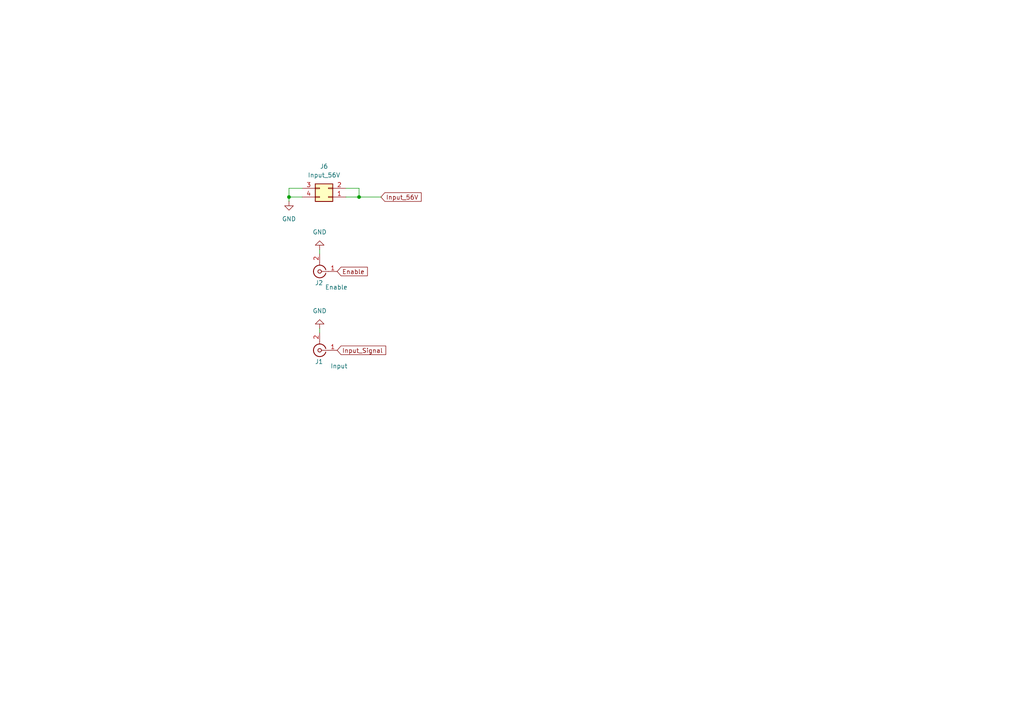
<source format=kicad_sch>
(kicad_sch (version 20231120) (generator "eeschema") (generator_version "8.0")
  (paper "A4")
  (lib_symbols
    (symbol "Connector:Conn_Coaxial" (pin_names (offset 1.016) hide)
      (property "Reference" "J" (at 0.254 3.048 0))
      (property "Value" "Conn_Coaxial" (at 2.921 0 90))
      (symbol "Conn_Coaxial_0_1"
        (arc (start -1.778 -0.508) (mid 0.2311 -1.8066) (end 1.778 0) (stroke (width 0.254)))
        (polyline (pts (xy -2.54 0) (xy -0.508 0)))
        (polyline (pts (xy 0 -2.54) (xy 0 -1.778)))
        (circle (center 0 0) (radius 0.508) (stroke (width 0.2032)))
        (arc (start 1.778 0) (mid 0.2099 1.8101) (end -1.778 0.508) (stroke (width 0.254)))
      )
      (symbol "Conn_Coaxial_1_1"
        (pin passive line (at -5.08 0 0) (length 2.54) (name "In") (number "1"))
        (pin passive line (at 0 -5.08 90) (length 2.54) (name "Ext") (number "2"))
      )
    )
    (symbol "Connector_Generic:Conn_02x02_Counter_Clockwise" (pin_names (offset 1.016) hide)
      (property "Reference" "J" (at 1.27 2.54 0))
      (property "Value" "Conn_02x02_Counter_Clockwise" (at 1.27 -5.08 0))
      (symbol "Conn_02x02_Counter_Clockwise_1_1"
        (rectangle (start -1.27 -2.413) (end 0 -2.667) (stroke (width 0.1524)))
        (rectangle (start -1.27 0.127) (end 0 -0.127) (stroke (width 0.1524)))
        (rectangle (start -1.27 1.27) (end 3.81 -3.81) (stroke (width 0.254)) (fill (type background)))
        (rectangle (start 3.81 -2.413) (end 2.54 -2.667) (stroke (width 0.1524)))
        (rectangle (start 3.81 0.127) (end 2.54 -0.127) (stroke (width 0.1524)))
        (pin passive line (at -5.08 0 0) (length 3.81) (name "Pin_1") (number "1"))
        (pin passive line (at -5.08 -2.54 0) (length 3.81) (name "Pin_2") (number "2"))
        (pin passive line (at 7.62 -2.54 180) (length 3.81) (name "Pin_3") (number "3"))
        (pin passive line (at 7.62 0 180) (length 3.81) (name "Pin_4") (number "4"))
      )
    )
    (symbol "power:GND" (power) (pin_numbers hide) (pin_names (offset 0) hide)
      (property "Value" "GND" (at 0 -3.81 0))
      (symbol "GND_0_1"
        (polyline (pts (xy 0 0) (xy 0 -1.27) (xy 1.27 -1.27) (xy 0 -2.54) (xy -1.27 -1.27) (xy 0 -1.27)))
      )
      (symbol "GND_1_1"
        (pin power_in line (at 0 0 270) (length 0) (name "~") (number "1"))
      )
    )
  )
  (junction (at 104.14 57.15))
  (junction (at 83.82 57.15))
  (wire (pts (xy 100.33 57.15) (xy 104.14 57.15)))
  (wire (pts (xy 87.63 54.61) (xy 83.82 54.61)))
  (wire (pts (xy 104.14 57.15) (xy 110.49 57.15)))
  (wire (pts (xy 92.71 96.52) (xy 92.71 95.25)))
  (wire (pts (xy 83.82 54.61) (xy 83.82 57.15)))
  (wire (pts (xy 87.63 57.15) (xy 83.82 57.15)))
  (wire (pts (xy 83.82 57.15) (xy 83.82 58.42)))
  (wire (pts (xy 92.71 73.66) (xy 92.71 72.39)))
  (wire (pts (xy 104.14 54.61) (xy 104.14 57.15)))
  (wire (pts (xy 100.33 54.61) (xy 104.14 54.61)))
  (global_label "Input_56V" (shape input) (at 110.49 57.15 0) (property "Intersheetrefs" "${INTERSHEET_REFS}" (effects (hide yes))))
  (global_label "Input_Signal" (shape input) (at 97.79 101.6 0) (property "Intersheetrefs" "${INTERSHEET_REFS}" (effects (hide yes))))
  (global_label "Enable" (shape input) (at 97.79 78.74 0) (property "Intersheetrefs" "${INTERSHEET_REFS}" (effects (hide yes))))
  (symbol (lib_id "Connector:Conn_Coaxial") (at 92.71 78.74 180) (unit 1)
    (property "Reference" "J2" (at 93.726 82.042 0) (effects (justify left)))
    (property "Value" "Enable" (at 100.838 83.312 0) (effects (justify left)))
    (property "Footprint" "Connector_Coaxial:SMA_Amphenol_901-144_Vertical" (effects (hide yes)))
    (property "Description" "coaxial connector (BNC, SMA, SMB, SMC, Cinch/RCA, LEMO, ...)" (effects (hide yes)))
  )
  (symbol (lib_id "power:GND") (at 92.71 72.39 180) (unit 1)
    (property "Reference" "#PWR037" (effects (hide yes)))
    (property "Value" "GND" (at 92.71 67.31 0))
    (property "Description" "Power symbol creates a global label with name \"GND\" , ground" (effects (hide yes)))
  )
  (symbol (lib_id "Connector:Conn_Coaxial") (at 92.71 101.6 180) (unit 1)
    (property "Reference" "J1" (at 93.726 104.902 0) (effects (justify left)))
    (property "Value" "Input" (at 100.838 106.172 0) (effects (justify left)))
    (property "Footprint" "Connector_Coaxial:SMA_Amphenol_901-144_Vertical" (effects (hide yes)))
    (property "Description" "coaxial connector (BNC, SMA, SMB, SMC, Cinch/RCA, LEMO, ...)" (effects (hide yes)))
  )
  (symbol (lib_id "Connector_Generic:Conn_02x02_Counter_Clockwise") (at 95.25 57.15 180) (unit 1)
    (property "Reference" "J6" (at 93.98 48.26 0))
    (property "Value" "Input_56V" (at 93.98 50.8 0))
    (property "Footprint" "Library:MOLEX_26013115" (effects (hide yes)))
    (property "Description" "Generic connector, double row, 02x02, counter clockwise pin numbering scheme (similar to DIP package numbering), script generated (kicad-library-utils/schlib/autogen/connector/)" (effects (hide yes)))
  )
  (symbol (lib_id "power:GND") (at 92.71 95.25 180) (unit 1)
    (property "Reference" "#PWR047" (effects (hide yes)))
    (property "Value" "GND" (at 92.71 90.17 0))
    (property "Description" "Power symbol creates a global label with name \"GND\" , ground" (effects (hide yes)))
  )
  (symbol (lib_id "power:GND") (at 83.82 58.42 0) (unit 1)
    (property "Reference" "#PWR048" (effects (hide yes)))
    (property "Value" "GND" (at 83.82 63.5 0))
    (property "Description" "Power symbol creates a global label with name \"GND\" , ground" (effects (hide yes)))
  )
)
</source>
